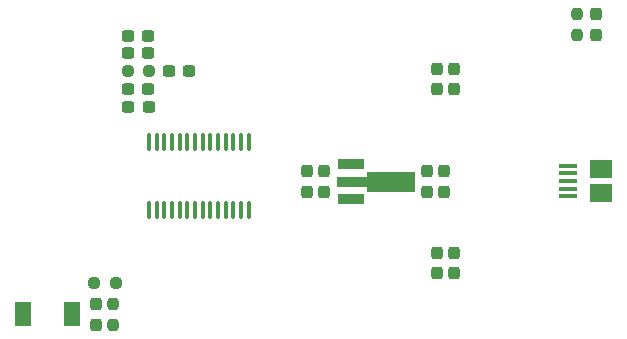
<source format=gtp>
G04 #@! TF.GenerationSoftware,KiCad,Pcbnew,(6.0.7)*
G04 #@! TF.CreationDate,2022-09-17T20:35:01+02:00*
G04 #@! TF.ProjectId,SLAU335,534c4155-3333-4352-9e6b-696361645f70,rev?*
G04 #@! TF.SameCoordinates,Original*
G04 #@! TF.FileFunction,Paste,Top*
G04 #@! TF.FilePolarity,Positive*
%FSLAX46Y46*%
G04 Gerber Fmt 4.6, Leading zero omitted, Abs format (unit mm)*
G04 Created by KiCad (PCBNEW (6.0.7)) date 2022-09-17 20:35:01*
%MOMM*%
%LPD*%
G01*
G04 APERTURE LIST*
G04 Aperture macros list*
%AMRoundRect*
0 Rectangle with rounded corners*
0 $1 Rounding radius*
0 $2 $3 $4 $5 $6 $7 $8 $9 X,Y pos of 4 corners*
0 Add a 4 corners polygon primitive as box body*
4,1,4,$2,$3,$4,$5,$6,$7,$8,$9,$2,$3,0*
0 Add four circle primitives for the rounded corners*
1,1,$1+$1,$2,$3*
1,1,$1+$1,$4,$5*
1,1,$1+$1,$6,$7*
1,1,$1+$1,$8,$9*
0 Add four rect primitives between the rounded corners*
20,1,$1+$1,$2,$3,$4,$5,0*
20,1,$1+$1,$4,$5,$6,$7,0*
20,1,$1+$1,$6,$7,$8,$9,0*
20,1,$1+$1,$8,$9,$2,$3,0*%
%AMFreePoly0*
4,1,9,5.362500,-0.866500,1.237500,-0.866500,1.237500,-0.450000,-1.237500,-0.450000,-1.237500,0.450000,1.237500,0.450000,1.237500,0.866500,5.362500,0.866500,5.362500,-0.866500,5.362500,-0.866500,$1*%
G04 Aperture macros list end*
%ADD10RoundRect,0.237500X0.300000X0.237500X-0.300000X0.237500X-0.300000X-0.237500X0.300000X-0.237500X0*%
%ADD11RoundRect,0.237500X0.237500X-0.300000X0.237500X0.300000X-0.237500X0.300000X-0.237500X-0.300000X0*%
%ADD12RoundRect,0.237500X-0.250000X-0.237500X0.250000X-0.237500X0.250000X0.237500X-0.250000X0.237500X0*%
%ADD13R,2.300000X0.900000*%
%ADD14FreePoly0,0.000000*%
%ADD15RoundRect,0.237500X-0.237500X0.287500X-0.237500X-0.287500X0.237500X-0.287500X0.237500X0.287500X0*%
%ADD16RoundRect,0.237500X-0.237500X0.250000X-0.237500X-0.250000X0.237500X-0.250000X0.237500X0.250000X0*%
%ADD17RoundRect,0.237500X-0.237500X0.300000X-0.237500X-0.300000X0.237500X-0.300000X0.237500X0.300000X0*%
%ADD18R,1.550000X0.400000*%
%ADD19R,1.900000X1.500000*%
%ADD20RoundRect,0.237500X0.237500X-0.250000X0.237500X0.250000X-0.237500X0.250000X-0.237500X-0.250000X0*%
%ADD21RoundRect,0.100000X-0.100000X0.637500X-0.100000X-0.637500X0.100000X-0.637500X0.100000X0.637500X0*%
%ADD22R,1.400000X2.000000*%
%ADD23RoundRect,0.237500X0.250000X0.237500X-0.250000X0.237500X-0.250000X-0.237500X0.250000X-0.237500X0*%
%ADD24RoundRect,0.237500X-0.300000X-0.237500X0.300000X-0.237500X0.300000X0.237500X-0.300000X0.237500X0*%
G04 APERTURE END LIST*
D10*
X138199500Y-95192000D03*
X136474500Y-95192000D03*
X138200600Y-92144000D03*
X136475600Y-92144000D03*
D11*
X163250000Y-103862500D03*
X163250000Y-102137500D03*
X161750000Y-103862500D03*
X161750000Y-102137500D03*
X151600000Y-103862500D03*
X151600000Y-102137500D03*
X153100000Y-103862500D03*
X153100000Y-102137500D03*
D12*
X136440600Y-93664000D03*
X138265600Y-93664000D03*
D13*
X155312500Y-101500000D03*
D14*
X155400000Y-103000000D03*
D13*
X155312500Y-104500000D03*
D15*
X176100000Y-88825000D03*
X176100000Y-90575000D03*
D16*
X174500000Y-88787500D03*
X174500000Y-90612500D03*
D17*
X164100000Y-109037500D03*
X164100000Y-110762500D03*
X164100000Y-93437500D03*
X164100000Y-95162500D03*
X162600000Y-93437500D03*
X162600000Y-95162500D03*
D18*
X173758500Y-104239000D03*
X173758500Y-103589000D03*
X173758500Y-102939000D03*
X173758500Y-102289000D03*
X173758500Y-101639000D03*
D19*
X176546000Y-101939000D03*
X176546000Y-103939000D03*
D10*
X138200600Y-90644000D03*
X136475600Y-90644000D03*
D17*
X133738000Y-113379500D03*
X133738000Y-115104500D03*
D20*
X135238000Y-115154500D03*
X135238000Y-113329500D03*
D17*
X162600000Y-109037500D03*
X162600000Y-110762500D03*
D21*
X146692800Y-99644700D03*
X146042800Y-99644700D03*
X145392800Y-99644700D03*
X144742800Y-99644700D03*
X144092800Y-99644700D03*
X143442800Y-99644700D03*
X142792800Y-99644700D03*
X142142800Y-99644700D03*
X141492800Y-99644700D03*
X140842800Y-99644700D03*
X140192800Y-99644700D03*
X139542800Y-99644700D03*
X138892800Y-99644700D03*
X138242800Y-99644700D03*
X138242800Y-105369700D03*
X138892800Y-105369700D03*
X139542800Y-105369700D03*
X140192800Y-105369700D03*
X140842800Y-105369700D03*
X141492800Y-105369700D03*
X142142800Y-105369700D03*
X142792800Y-105369700D03*
X143442800Y-105369700D03*
X144092800Y-105369700D03*
X144742800Y-105369700D03*
X145392800Y-105369700D03*
X146042800Y-105369700D03*
X146692800Y-105369700D03*
D22*
X131749000Y-114242000D03*
X127599000Y-114242000D03*
D23*
X135455500Y-111575000D03*
X133630500Y-111575000D03*
D10*
X138224900Y-96716000D03*
X136499900Y-96716000D03*
D24*
X139904600Y-93668000D03*
X141629600Y-93668000D03*
M02*

</source>
